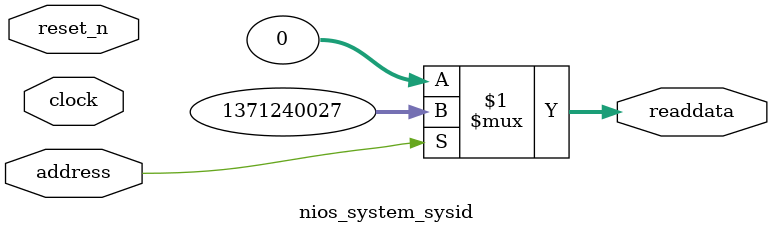
<source format=v>

`timescale 1ns / 1ps
// synthesis translate_on

// turn off superfluous verilog processor warnings 
// altera message_level Level1 
// altera message_off 10034 10035 10036 10037 10230 10240 10030 

module nios_system_sysid (
               // inputs:
                address,
                clock,
                reset_n,

               // outputs:
                readdata
             )
;

  output  [ 31: 0] readdata;
  input            address;
  input            clock;
  input            reset_n;

  wire    [ 31: 0] readdata;
  //control_slave, which is an e_avalon_slave
  assign readdata = address ? 1371240027 : 0;

endmodule




</source>
